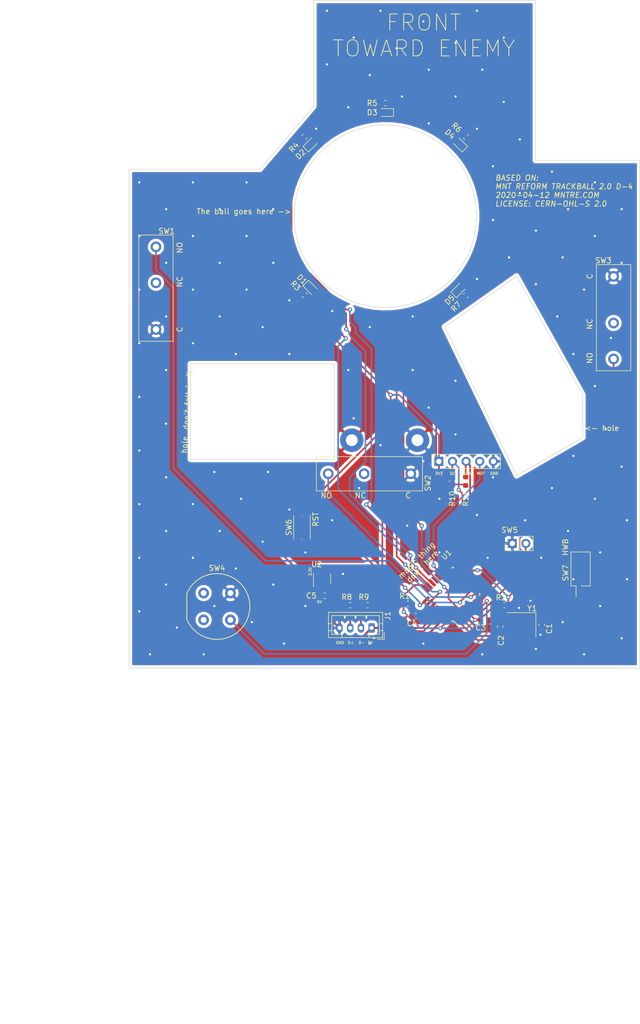
<source format=kicad_pcb>
(kicad_pcb (version 20171130) (host pcbnew 5.1.7-a382d34a8~87~ubuntu20.04.1)
  (layers (0 F.Cu signal) (31 B.Cu signal) (34 B.Paste user) (35 F.Paste user) (36 B.SilkS user) (37 F.SilkS user) (38 B.Mask user) (39 F.Mask user) (44 Edge.Cuts user))
  (net 0 "")
  (net 1 "Net-(J1-Pad3)")
  (net 2 "Net-(J1-Pad2)")
  (net 3 GND)
  (net 4 "Net-(U1-Pad18)")
  (net 5 "Net-(U1-Pad12)")
  (net 6 "Net-(U1-Pad11)")
  (net 7 +5V)
  (net 8 MT)
  (net 9 "Net-(C1-Pad1)")
  (net 10 "Net-(C2-Pad2)")
  (net 11 "Net-(C4-Pad1)")
  (net 12 "Net-(U1-Pad14)")
  (net 13 +3V3)
  (net 14 SCL)
  (net 15 SDA)
  (net 16 "Net-(U1-Pad17)")
  (net 17 "Net-(U1-Pad21)")
  (net 18 "Net-(D1-Pad2)")
  (net 19 "Net-(D1-Pad1)")
  (net 20 "Net-(D2-Pad2)")
  (net 21 "Net-(D2-Pad1)")
  (net 22 "Net-(D3-Pad2)")
  (net 23 "Net-(D3-Pad1)")
  (net 24 "Net-(D4-Pad2)")
  (net 25 "Net-(D4-Pad1)")
  (net 26 "Net-(D5-Pad2)")
  (net 27 "Net-(D5-Pad1)")
  (net 28 "Net-(R1-Pad2)")
  (net 29 "Net-(R2-Pad1)")
  (net 30 "Net-(U2-Pad4)")
  (net 31 "Net-(U1-Pad20)")
  (net 32 "Net-(R8-Pad2)")
  (net 33 "Net-(R9-Pad1)")
  (net 34 "Net-(SW1-Pad2)")
  (net 35 "Net-(SW1-Pad3)")
  (net 36 "Net-(SW2-Pad3)")
  (net 37 "Net-(SW2-Pad2)")
  (net 38 "Net-(SW3-Pad2)")
  (net 39 "Net-(SW3-Pad3)")
  (net 40 "Net-(SW4-Pad2)")
  (net 41 "Net-(SW5-Pad2)")
  (module Connector_JST:JST_PH_B4B-PH-K_1x04_P2.00mm_Vertical (layer F.Cu) (at 109.25 160.25 180)
    (fp_text reference J1 (at -3 2.25 270) (layer F.SilkS))
    (fp_text value Conn_USB)
    (pad 4 thru_hole oval (at 6 0 180) (size 1.2 1.75) (drill 0.75) (layers *.Cu *.Mask) (net 3 GND))
    (pad 3 thru_hole oval (at 4 0 180) (size 1.2 1.75) (drill 0.75) (layers *.Cu *.Mask) (net 1 "Net-(J1-Pad3)"))
    (pad 2 thru_hole oval (at 2 0 180) (size 1.2 1.75) (drill 0.75) (layers *.Cu *.Mask) (net 2 "Net-(J1-Pad2)"))
    (pad 1 thru_hole roundrect (at 0 0 180) (size 1.2 1.75) (drill 0.75) (layers *.Cu *.Mask) (roundrect_rratio 0.2083325) (net 7 +5V))
  )
  (module Resistor_SMD:R_0603_1608Metric (layer F.Cu) (at 126.8 132.9 270)
    (fp_text reference R11 (at 3.25 0 90) (layer F.SilkS))
    (fp_text value 4.7k)
    (pad 2 smd roundrect (at 0.7875 0 270) (size 0.875 0.95) (layers F.Cu F.Paste F.Mask) (net 13 +3V3))
    (pad 1 smd roundrect (at -0.7875 0 270) (size 0.875 0.95) (layers F.Cu F.Paste F.Mask) (net 15 SDA))
  )
  (module Resistor_SMD:R_0603_1608Metric (layer F.Cu) (at 124.3 132.9 270)
    (fp_text reference R10 (at 3.25 0 90) (layer F.SilkS))
    (fp_text value 4.7k)
    (pad 2 smd roundrect (at 0.7875 0 270) (size 0.875 0.95) (layers F.Cu F.Paste F.Mask) (net 13 +3V3))
    (pad 1 smd roundrect (at -0.7875 0 270) (size 0.875 0.95) (layers F.Cu F.Paste F.Mask) (net 14 SCL))
  )
  (module Resistor_SMD:R_0603_1608Metric (layer F.Cu) (at 108.5 156 180)
    (fp_text reference R9 (at 0.7 1.5) (layer F.SilkS))
    (fp_text value 22)
    (pad 2 smd roundrect (at 0.7875 0 180) (size 0.875 0.95) (layers F.Cu F.Paste F.Mask) (net 2 "Net-(J1-Pad2)"))
    (pad 1 smd roundrect (at -0.7875 0 180) (size 0.875 0.95) (layers F.Cu F.Paste F.Mask) (net 33 "Net-(R9-Pad1)"))
  )
  (module Resistor_SMD:R_0603_1608Metric (layer F.Cu) (at 105.25 156)
    (fp_text reference R8 (at -0.65 -1.5) (layer F.SilkS))
    (fp_text value 22)
    (pad 2 smd roundrect (at 0.7875 0) (size 0.875 0.95) (layers F.Cu F.Paste F.Mask) (net 32 "Net-(R8-Pad2)"))
    (pad 1 smd roundrect (at -0.7875 0) (size 0.875 0.95) (layers F.Cu F.Paste F.Mask) (net 1 "Net-(J1-Pad3)"))
  )
  (module Package_TO_SOT_SMD:SOT-23-5 (layer F.Cu) (at 100 151 90)
    (fp_text reference U2 (at 2.6 -1 180) (layer F.SilkS))
    (fp_text value TLV75533PDBV)
    (pad 5 smd rect (at 1.1 -0.95 90) (size 1.06 0.65) (layers F.Cu F.Paste F.Mask) (net 13 +3V3))
    (pad 4 smd rect (at 1.1 0.95 90) (size 1.06 0.65) (layers F.Cu F.Paste F.Mask) (net 30 "Net-(U2-Pad4)"))
    (pad 3 smd rect (at -1.1 0.95 90) (size 1.06 0.65) (layers F.Cu F.Paste F.Mask) (net 7 +5V))
    (pad 2 smd rect (at -1.1 0 90) (size 1.06 0.65) (layers F.Cu F.Paste F.Mask) (net 3 GND))
    (pad 1 smd rect (at -1.1 -0.95 90) (size 1.06 0.65) (layers F.Cu F.Paste F.Mask) (net 7 +5V))
  )
  (module Capacitor_SMD:C_0603_1608Metric (layer F.Cu) (at 100.5 154.25)
    (fp_text reference C5 (at -2.5 0) (layer F.SilkS))
    (fp_text value 0.1uF)
    (pad 2 smd roundrect (at 0.7875 0) (size 0.875 0.95) (layers F.Cu F.Paste F.Mask) (net 3 GND))
    (pad 1 smd roundrect (at -0.7875 0) (size 0.875 0.95) (layers F.Cu F.Paste F.Mask) (net 7 +5V))
  )
  (module Resistor_SMD:R_0603_1608Metric (layer F.Cu) (at 126.8 98.3 225)
    (fp_text reference R7 (at 2.732044 -0.176777 45) (layer F.SilkS))
    (fp_text value 475)
    (pad 2 smd roundrect (at 0.7875 0 225) (size 0.875 0.95) (layers F.Cu F.Paste F.Mask) (net 13 +3V3))
    (pad 1 smd roundrect (at -0.7875 0 225) (size 0.875 0.95) (layers F.Cu F.Paste F.Mask) (net 26 "Net-(D5-Pad2)"))
  )
  (module Resistor_SMD:R_0603_1608Metric (layer F.Cu) (at 126.85 68.7 315)
    (fp_text reference R6 (at -2.474874 0 135) (layer F.SilkS))
    (fp_text value 475)
    (pad 2 smd roundrect (at 0.7875 0 315) (size 0.875 0.95) (layers F.Cu F.Paste F.Mask) (net 13 +3V3))
    (pad 1 smd roundrect (at -0.7875 0 315) (size 0.875 0.95) (layers F.Cu F.Paste F.Mask) (net 24 "Net-(D4-Pad2)"))
  )
  (module Resistor_SMD:R_0603_1608Metric (layer F.Cu) (at 111.85 62.4)
    (fp_text reference R5 (at -2.5 0) (layer F.SilkS))
    (fp_text value 475)
    (pad 2 smd roundrect (at 0.7875 0) (size 0.875 0.95) (layers F.Cu F.Paste F.Mask) (net 13 +3V3))
    (pad 1 smd roundrect (at -0.7875 0) (size 0.875 0.95) (layers F.Cu F.Paste F.Mask) (net 22 "Net-(D3-Pad2)"))
  )
  (module Resistor_SMD:R_0603_1608Metric (layer F.Cu) (at 96.7 68.7 225)
    (fp_text reference R4 (at 2.748033 0 45) (layer F.SilkS))
    (fp_text value 475)
    (pad 2 smd roundrect (at 0.7875 0 225) (size 0.875 0.95) (layers F.Cu F.Paste F.Mask) (net 13 +3V3))
    (pad 1 smd roundrect (at -0.7875 0 225) (size 0.875 0.95) (layers F.Cu F.Paste F.Mask) (net 20 "Net-(D2-Pad2)"))
  )
  (module Resistor_SMD:R_0603_1608Metric (layer F.Cu) (at 96.8 98.2 135)
    (fp_text reference R3 (at 2.474874 0 135) (layer F.SilkS))
    (fp_text value 475)
    (pad 2 smd roundrect (at 0.7875 0 135) (size 0.875 0.95) (layers F.Cu F.Paste F.Mask) (net 13 +3V3))
    (pad 1 smd roundrect (at -0.7875 0 135) (size 0.875 0.95) (layers F.Cu F.Paste F.Mask) (net 18 "Net-(D1-Pad2)"))
  )
  (module Resistor_SMD:R_0603_1608Metric (layer F.Cu) (at 134 156 180)
    (fp_text reference R2 (at 0.6 1.4) (layer F.SilkS))
    (fp_text value 10k)
    (pad 2 smd roundrect (at 0.7875 0 180) (size 0.875 0.95) (layers F.Cu F.Paste F.Mask) (net 13 +3V3))
    (pad 1 smd roundrect (at -0.7875 0 180) (size 0.875 0.95) (layers F.Cu F.Paste F.Mask) (net 29 "Net-(R2-Pad1)"))
  )
  (module Resistor_SMD:R_0603_1608Metric (layer F.Cu) (at 116 155.75)
    (fp_text reference R1 (at -0.6 -1.43) (layer F.SilkS))
    (fp_text value 10k)
    (pad 2 smd roundrect (at 0.7875 0) (size 0.875 0.95) (layers F.Cu F.Paste F.Mask) (net 28 "Net-(R1-Pad2)"))
    (pad 1 smd roundrect (at -0.7875 0) (size 0.875 0.95) (layers F.Cu F.Paste F.Mask) (net 13 +3V3))
  )
  (module Capacitor_SMD:C_0603_1608Metric (layer F.Cu) (at 117.5 158 180)
    (fp_text reference C4 (at 0.7 -1.43) (layer F.SilkS))
    (fp_text value 1uF)
    (pad 2 smd roundrect (at 0.7875 0 180) (size 0.875 0.95) (layers F.Cu F.Paste F.Mask) (net 3 GND))
    (pad 1 smd roundrect (at -0.7875 0 180) (size 0.875 0.95) (layers F.Cu F.Paste F.Mask) (net 11 "Net-(C4-Pad1)"))
  )
  (module Capacitor_SMD:C_0603_1608Metric (layer F.Cu) (at 130.25 158.75)
    (fp_text reference C3 (at -0.65 1.45) (layer F.SilkS))
    (fp_text value 0.1uF)
    (pad 2 smd roundrect (at 0.7875 0) (size 0.875 0.95) (layers F.Cu F.Paste F.Mask) (net 3 GND))
    (pad 1 smd roundrect (at -0.7875 0) (size 0.875 0.95) (layers F.Cu F.Paste F.Mask) (net 13 +3V3))
  )
  (module Capacitor_SMD:C_0603_1608Metric (layer F.Cu) (at 133.25 160 270)
    (fp_text reference C2 (at 2.6 -0.15 90) (layer F.SilkS))
    (fp_text value 18pF)
    (pad 2 smd roundrect (at 0.7875 0 270) (size 0.875 0.95) (layers F.Cu F.Paste F.Mask) (net 10 "Net-(C2-Pad2)"))
    (pad 1 smd roundrect (at -0.7875 0 270) (size 0.875 0.95) (layers F.Cu F.Paste F.Mask) (net 3 GND))
  )
  (module Capacitor_SMD:C_0603_1608Metric (layer F.Cu) (at 141 159.65 270)
    (fp_text reference C1 (at 0.75 -1.4 90) (layer F.SilkS))
    (fp_text value 18pF)
    (pad 2 smd roundrect (at 0.7875 0 270) (size 0.875 0.95) (layers F.Cu F.Paste F.Mask) (net 3 GND))
    (pad 1 smd roundrect (at -0.7875 0 270) (size 0.875 0.95) (layers F.Cu F.Paste F.Mask) (net 9 "Net-(C1-Pad1)"))
  )
  (module Button_Switch_SMD:SW_DIP_SPSTx01_Slide_Omron_A6S-110x_W8.9mm_P2.54mm (layer F.Cu) (at 148.25 149.25 90)
    (fp_text reference SW7 (at -0.75 -2.8 90) (layer F.SilkS))
    (fp_text value SW_HWB)
    (pad 2 smd rect (at 4.45 0 90) (size 1.5 1.1) (layers F.Cu F.Paste F.Mask) (net 3 GND))
    (pad 1 smd rect (at -4.45 0 90) (size 1.5 1.1) (layers F.Cu F.Paste F.Mask) (net 29 "Net-(R2-Pad1)"))
  )
  (module Button_Switch_SMD:SW_Push_1P1T_NO_CK_KMR2 (layer F.Cu) (at 96.25 141.5 90)
    (fp_text reference SW6 (at 0 -2.45 90) (layer F.SilkS))
    (fp_text value SW_RST)
    (pad 2 smd rect (at 2.05 0.8 180) (size 0.9 1) (layers F.Cu F.Paste F.Mask) (net 28 "Net-(R1-Pad2)"))
    (pad 1 smd rect (at 2.05 -0.8 180) (size 0.9 1) (layers F.Cu F.Paste F.Mask) (net 3 GND))
    (pad 2 smd rect (at -2.05 0.8 180) (size 0.9 1) (layers F.Cu F.Paste F.Mask) (net 28 "Net-(R1-Pad2)"))
    (pad 1 smd rect (at -2.05 -0.8 180) (size 0.9 1) (layers F.Cu F.Paste F.Mask) (net 3 GND))
  )
  (module LED_SMD:LED_0603_1608Metric (layer F.Cu) (at 125.6 97.1 45)
    (fp_text reference D5 (at -2.678167 0.15026 225) (layer F.SilkS))
    (fp_text value LED_Small)
    (pad 2 smd roundrect (at 0.7875 0 45) (size 0.875 0.95) (layers F.Cu F.Paste F.Mask) (net 26 "Net-(D5-Pad2)"))
    (pad 1 smd roundrect (at -0.7875 0 45) (size 0.875 0.95) (layers F.Cu F.Paste F.Mask) (net 27 "Net-(D5-Pad1)"))
  )
  (module LED_SMD:LED_0603_1608Metric (layer F.Cu) (at 125.6 69.95 135)
    (fp_text reference D4 (at 2.474874 0 -45) (layer F.SilkS))
    (fp_text value LED_Small)
    (pad 2 smd roundrect (at 0.7875 0 135) (size 0.875 0.95) (layers F.Cu F.Paste F.Mask) (net 24 "Net-(D4-Pad2)"))
    (pad 1 smd roundrect (at -0.7875 0 135) (size 0.875 0.95) (layers F.Cu F.Paste F.Mask) (net 25 "Net-(D4-Pad1)"))
  )
  (module LED_SMD:LED_0603_1608Metric (layer F.Cu) (at 111.85 64.15 180)
    (fp_text reference D3 (at 2.5 0) (layer F.SilkS))
    (fp_text value LED_Small)
    (pad 2 smd roundrect (at 0.7875 0 180) (size 0.875 0.95) (layers F.Cu F.Paste F.Mask) (net 22 "Net-(D3-Pad2)"))
    (pad 1 smd roundrect (at -0.7875 0 180) (size 0.875 0.95) (layers F.Cu F.Paste F.Mask) (net 23 "Net-(D3-Pad1)"))
  )
  (module LED_SMD:LED_0603_1608Metric (layer F.Cu) (at 98 69.95 45)
    (fp_text reference D2 (at -2.828427 0 225) (layer F.SilkS))
    (fp_text value LED_Small)
    (pad 2 smd roundrect (at 0.7875 0 45) (size 0.875 0.95) (layers F.Cu F.Paste F.Mask) (net 20 "Net-(D2-Pad2)"))
    (pad 1 smd roundrect (at -0.7875 0 45) (size 0.875 0.95) (layers F.Cu F.Paste F.Mask) (net 21 "Net-(D2-Pad1)"))
  )
  (module LED_SMD:LED_0603_1608Metric (layer F.Cu) (at 98 97 315)
    (fp_text reference D1 (at -2.474874 0 315) (layer F.SilkS))
    (fp_text value LED_Small)
    (pad 2 smd roundrect (at 0.7875 0 315) (size 0.875 0.95) (layers F.Cu F.Paste F.Mask) (net 18 "Net-(D1-Pad2)"))
    (pad 1 smd roundrect (at -0.7875 0 315) (size 0.875 0.95) (layers F.Cu F.Paste F.Mask) (net 19 "Net-(D1-Pad1)"))
  )
  (module Crystals:Crystal_SMD_3225-4pin_3.2x2.5mm_HandSoldering (layer F.Cu) (at 137.2 159.65 180)
    (fp_text reference Y1 (at -2 3.05) (layer F.SilkS))
    (fp_text value Crystal_GND24)
    (pad 4 smd rect (at -1.45 -1.15 180) (size 2.1 1.8) (layers F.Cu F.Paste F.Mask) (net 3 GND))
    (pad 3 smd rect (at 1.45 -1.15 180) (size 2.1 1.8) (layers F.Cu F.Paste F.Mask) (net 10 "Net-(C2-Pad2)"))
    (pad 2 smd rect (at 1.45 1.15 180) (size 2.1 1.8) (layers F.Cu F.Paste F.Mask) (net 3 GND))
    (pad 1 smd rect (at -1.45 1.15 180) (size 2.1 1.8) (layers F.Cu F.Paste F.Mask) (net 9 "Net-(C1-Pad1)"))
  )
  (module Housings_QFP:TQFP-32_7x7mm_Pitch0.8mm (layer F.Cu) (at 124.4 154 135)
    (fp_text reference U1 (at 6.081118 4.384062 45) (layer F.SilkS))
    (fp_text value ATmega32U2-AU)
    (pad 1 smd rect (at -4.25 -2.8 135) (size 1.6 0.55) (layers F.Cu F.Paste F.Mask) (net 9 "Net-(C1-Pad1)"))
    (pad 2 smd rect (at -4.25 -2 135) (size 1.6 0.55) (layers F.Cu F.Paste F.Mask) (net 10 "Net-(C2-Pad2)"))
    (pad 3 smd rect (at -4.25 -1.2 135) (size 1.6 0.55) (layers F.Cu F.Paste F.Mask) (net 3 GND))
    (pad 4 smd rect (at -4.25 -0.4 135) (size 1.6 0.55) (layers F.Cu F.Paste F.Mask) (net 13 +3V3))
    (pad 5 smd rect (at -4.25 0.4 135) (size 1.6 0.55) (layers F.Cu F.Paste F.Mask) (net 27 "Net-(D5-Pad1)"))
    (pad 6 smd rect (at -4.25 1.2 135) (size 1.6 0.55) (layers F.Cu F.Paste F.Mask) (net 41 "Net-(SW5-Pad2)"))
    (pad 7 smd rect (at -4.25 2 135) (size 1.6 0.55) (layers F.Cu F.Paste F.Mask) (net 40 "Net-(SW4-Pad2)"))
    (pad 8 smd rect (at -4.25 2.8 135) (size 1.6 0.55) (layers F.Cu F.Paste F.Mask) (net 39 "Net-(SW3-Pad3)"))
    (pad 9 smd rect (at -2.8 4.25 225) (size 1.6 0.55) (layers F.Cu F.Paste F.Mask) (net 36 "Net-(SW2-Pad3)"))
    (pad 10 smd rect (at -2 4.25 225) (size 1.6 0.55) (layers F.Cu F.Paste F.Mask) (net 35 "Net-(SW1-Pad3)"))
    (pad 11 smd rect (at -1.2 4.25 225) (size 1.6 0.55) (layers F.Cu F.Paste F.Mask) (net 6 "Net-(U1-Pad11)"))
    (pad 12 smd rect (at -0.4 4.25 225) (size 1.6 0.55) (layers F.Cu F.Paste F.Mask) (net 5 "Net-(U1-Pad12)"))
    (pad 13 smd rect (at 0.4 4.25 225) (size 1.6 0.55) (layers F.Cu F.Paste F.Mask) (net 29 "Net-(R2-Pad1)"))
    (pad 14 smd rect (at 1.2 4.25 225) (size 1.6 0.55) (layers F.Cu F.Paste F.Mask) (net 12 "Net-(U1-Pad14)"))
    (pad 15 smd rect (at 2 4.25 225) (size 1.6 0.55) (layers F.Cu F.Paste F.Mask) (net 15 SDA))
    (pad 16 smd rect (at 2.8 4.25 225) (size 1.6 0.55) (layers F.Cu F.Paste F.Mask) (net 14 SCL))
    (pad 17 smd rect (at 4.25 2.8 135) (size 1.6 0.55) (layers F.Cu F.Paste F.Mask) (net 16 "Net-(U1-Pad17)"))
    (pad 18 smd rect (at 4.25 2 135) (size 1.6 0.55) (layers F.Cu F.Paste F.Mask) (net 4 "Net-(U1-Pad18)"))
    (pad 19 smd rect (at 4.25 1.2 135) (size 1.6 0.55) (layers F.Cu F.Paste F.Mask) (net 8 MT))
    (pad 20 smd rect (at 4.25 0.4 135) (size 1.6 0.55) (layers F.Cu F.Paste F.Mask) (net 31 "Net-(U1-Pad20)"))
    (pad 21 smd rect (at 4.25 -0.4 135) (size 1.6 0.55) (layers F.Cu F.Paste F.Mask) (net 17 "Net-(U1-Pad21)"))
    (pad 22 smd rect (at 4.25 -1.2 135) (size 1.6 0.55) (layers F.Cu F.Paste F.Mask) (net 19 "Net-(D1-Pad1)"))
    (pad 23 smd rect (at 4.25 -2 135) (size 1.6 0.55) (layers F.Cu F.Paste F.Mask) (net 21 "Net-(D2-Pad1)"))
    (pad 24 smd rect (at 4.25 -2.8 135) (size 1.6 0.55) (layers F.Cu F.Paste F.Mask) (net 28 "Net-(R1-Pad2)"))
    (pad 25 smd rect (at 2.8 -4.25 225) (size 1.6 0.55) (layers F.Cu F.Paste F.Mask) (net 23 "Net-(D3-Pad1)"))
    (pad 26 smd rect (at 2 -4.25 225) (size 1.6 0.55) (layers F.Cu F.Paste F.Mask) (net 25 "Net-(D4-Pad1)"))
    (pad 27 smd rect (at 1.2 -4.25 225) (size 1.6 0.55) (layers F.Cu F.Paste F.Mask) (net 11 "Net-(C4-Pad1)"))
    (pad 28 smd rect (at 0.4 -4.25 225) (size 1.6 0.55) (layers F.Cu F.Paste F.Mask) (net 3 GND))
    (pad 29 smd rect (at -0.4 -4.25 225) (size 1.6 0.55) (layers F.Cu F.Paste F.Mask) (net 32 "Net-(R8-Pad2)"))
    (pad 30 smd rect (at -1.2 -4.25 225) (size 1.6 0.55) (layers F.Cu F.Paste F.Mask) (net 33 "Net-(R9-Pad1)"))
    (pad 31 smd rect (at -2 -4.25 225) (size 1.6 0.55) (layers F.Cu F.Paste F.Mask) (net 7 +5V))
    (pad 32 smd rect (at -2.8 -4.25 225) (size 1.6 0.55) (layers F.Cu F.Paste F.Mask) (net 13 +3V3))
  )
  (module d_switchs:SubminiatureSPDT (layer F.Cu) (at 69 104.6 90)
    (fp_text reference SW1 (at 18.35 2) (layer F.SilkS))
    (fp_text value left)
    (fp_text user NO (at 15.24 4.445 270) (layer F.SilkS))
    (fp_text user NC (at 8.89 4.445 270) (layer F.SilkS))
    (fp_text user C (at 0 4.445 270) (layer F.SilkS))
    (pad 1 thru_hole circle (at 0 0 90) (size 2 2) (drill 1.2) (layers *.Cu *.Mask) (net 3 GND))
    (pad 2 thru_hole circle (at 8.7 0 90) (size 2 2) (drill 1.2) (layers *.Cu *.Mask) (net 34 "Net-(SW1-Pad2)"))
    (pad 3 thru_hole circle (at 15.4 0 90) (size 2 2) (drill 1.2) (layers *.Cu *.Mask) (net 35 "Net-(SW1-Pad3)"))
  )
  (module d_switchs:SubminiatureSPDT (layer F.Cu) (at 116.55 131.5 180)
    (fp_text reference SW2 (at -3.2 -1.75 90) (layer F.SilkS))
    (fp_text value middle)
    (fp_text user C (at 0.5 -4.055) (layer F.SilkS))
    (fp_text user NC (at 9.39 -4.055) (layer F.SilkS))
    (fp_text user NO (at 15.74 -4.055) (layer F.SilkS))
    (pad 3 thru_hole circle (at 15.4 0 180) (size 2 2) (drill 1.2) (layers *.Cu *.Mask) (net 36 "Net-(SW2-Pad3)"))
    (pad 2 thru_hole circle (at 8.7 0 180) (size 2 2) (drill 1.2) (layers *.Cu *.Mask) (net 37 "Net-(SW2-Pad2)"))
    (pad 1 thru_hole circle (at 0 0 180) (size 2 2) (drill 1.2) (layers *.Cu *.Mask) (net 3 GND))
  )
  (module d_switchs:SubminiatureSPDT (layer F.Cu) (at 154.4 94.7 270)
    (fp_text reference SW3 (at -2.95 1.9 180) (layer F.SilkS))
    (fp_text value right)
    (fp_text user NO (at 15.24 4.445 90) (layer F.SilkS))
    (fp_text user NC (at 8.89 4.445 90) (layer F.SilkS))
    (fp_text user C (at 0 4.445 90) (layer F.SilkS))
    (pad 1 thru_hole circle (at 0 0 270) (size 2 2) (drill 1.2) (layers *.Cu *.Mask) (net 3 GND))
    (pad 2 thru_hole circle (at 8.7 0 270) (size 2 2) (drill 1.2) (layers *.Cu *.Mask) (net 38 "Net-(SW3-Pad2)"))
    (pad 3 thru_hole circle (at 15.4 0 270) (size 2 2) (drill 1.2) (layers *.Cu *.Mask) (net 39 "Net-(SW3-Pad3)"))
  )
  (module Button_Switch_THT:Push_E-Switch_KS01Q01 (layer F.Cu) (at 82.9 153.75 270)
    (fp_text reference SW4 (at -4.65 2.5 180) (layer F.SilkS))
    (fp_text value btn4)
    (pad 1 thru_hole circle (at 0 0 270) (size 2 2) (drill 1.1) (layers *.Cu *.Mask) (net 3 GND))
    (pad 2 thru_hole circle (at 5 0 270) (size 2 2) (drill 1.1) (layers *.Cu *.Mask) (net 40 "Net-(SW4-Pad2)"))
    (pad 4 thru_hole circle (at 5 5 270) (size 2 2) (drill 1.1) (layers *.Cu *.Mask))
    (pad 3 thru_hole circle (at 0 5 270) (size 2 2) (drill 1.1) (layers *.Cu *.Mask))
  )
  (module Connector_PinHeader_2.54mm:PinHeader_1x02_P2.54mm_Vertical (layer F.Cu) (at 135.5 144.5 90)
    (fp_text reference SW5 (at 2.5 -0.5) (layer F.SilkS))
    (fp_text value btn5)
    (pad 1 thru_hole rect (at 0 0 90) (size 1.7 1.7) (drill 1) (layers *.Cu *.Mask) (net 3 GND))
    (pad 2 thru_hole oval (at 0 2.54 90) (size 1.7 1.7) (drill 1) (layers *.Cu *.Mask) (net 41 "Net-(SW5-Pad2)"))
  )
  (module MountingHole:MountingHole_2.2mm_M2_Pad (layer F.Cu) (at 105.55 125.25)
    (fp_text reference MK7 hide)
    (fp_text value Mounting_Hole)
    (pad 1 thru_hole circle (at 0 0) (size 4.4 4.4) (drill 2.2) (layers *.Cu *.Mask) (net 3 GND))
  )
  (module MountingHole:MountingHole_2.2mm_M2_Pad (layer F.Cu) (at 117.8 125.25)
    (fp_text reference MK8 hide)
    (fp_text value Mounting_Hole)
    (pad 1 thru_hole circle (at 0 0) (size 4.4 4.4) (drill 2.2) (layers *.Cu *.Mask) (net 3 GND))
  )
  (module Connector_PinSocket_2.54mm:PinSocket_1x05_P2.54mm_Vertical (layer F.Cu) (at 121.8 129.2 90)
    (fp_text reference J2 hide)
    (fp_text value Conn_01x05_Female)
    (pad 1 thru_hole rect (at 0 0 90) (size 1.7 1.7) (drill 1) (layers *.Cu *.Mask) (net 13 +3V3))
    (pad 2 thru_hole oval (at 0 2.54 90) (size 1.7 1.7) (drill 1) (layers *.Cu *.Mask) (net 14 SCL))
    (pad 3 thru_hole oval (at 0 5.08 90) (size 1.7 1.7) (drill 1) (layers *.Cu *.Mask) (net 15 SDA))
    (pad 4 thru_hole oval (at 0 7.62 90) (size 1.7 1.7) (drill 1) (layers *.Cu *.Mask) (net 8 MT))
    (pad 5 thru_hole oval (at 0 10.16 90) (size 1.7 1.7) (drill 1) (layers *.Cu *.Mask) (net 3 GND))
  )
  (gr_text "hole, don't fall in it" (at 74.8 120 86) (layer F.SilkS) (effects (font (size 1 1))))
  (gr_text "FRONT\nTOWARD ENEMY" (at 119 49.8) (layer F.SilkS) (effects (font (size 3 3))))
  (gr_text "magic thing\ndown here" (at 118.2 148.2 45) (layer F.SilkS) (effects (font (size 1 1))))
  (gr_text "<- hole " (at 152.6 123) (layer F.SilkS) (effects (font (size 1 1))))
  (gr_text "The ball goes here ->" (at 85.4 82.6) (layer F.SilkS) (effects (font (size 1 1))))
  (gr_text 3.3V (at 97.8 150.6 90) (layer F.SilkS) (effects (font (size 0.5 0.5) (thickness 0.1)) (justify left)))
  (gr_text 5V (at 99 155.4) (layer F.SilkS) (effects (font (size 0.5 0.5) (thickness 0.1)) (justify left)))
  (gr_text 5V (at 108.5 163) (layer F.SilkS) (effects (font (size 0.5 0.5) (thickness 0.1)) (justify left)))
  (gr_text D- (at 106.75 163) (layer F.SilkS) (effects (font (size 0.5 0.5) (thickness 0.1)) (justify left)))
  (gr_text D+ (at 104.75 163) (layer F.SilkS) (effects (font (size 0.5 0.5) (thickness 0.1)) (justify left)))
  (gr_text GND (at 102.5 163) (layer F.SilkS) (effects (font (size 0.5 0.5) (thickness 0.1)) (justify left)))
  (gr_text MOT (at 128.8 131.45) (layer F.SilkS) (effects (font (size 0.5 0.5) (thickness 0.1)) (justify left)))
  (gr_line (start 148.63 116.75) (end 136.3 94.66) (layer Edge.Cuts) (width 0.1))
  (gr_line (start 148.63 124.75) (end 148.63 116.75) (layer Edge.Cuts) (width 0.1))
  (gr_line (start 136.3 131.85) (end 148.63 124.75) (layer Edge.Cuts) (width 0.1))
  (gr_line (start 122.87 104.13) (end 136.3 131.85) (layer Edge.Cuts) (width 0.1))
  (gr_line (start 122.87 104.13) (end 136.3 94.66) (layer Edge.Cuts) (width 0.1))
  (gr_line (start 102.32 111.02) (end 102.32 128.8) (layer Edge.Cuts) (width 0.1))
  (gr_line (start 75.46 128.8) (end 102.32 128.8) (layer Edge.Cuts) (width 0.1))
  (gr_line (start 75.46 111.02) (end 75.46 128.8) (layer Edge.Cuts) (width 0.1))
  (gr_line (start 75.46 111.02) (end 102.32 111.02) (layer Edge.Cuts) (width 0.1))
  (gr_circle (center 111.81 83.49) (end 128.81 83.49) (layer Edge.Cuts) (width 0.1))
  (gr_line (start 98.44 63) (end 88.4 74.72) (layer Edge.Cuts) (width 0.1))
  (gr_line (start 98.44 43.23) (end 98.44 63) (layer Edge.Cuts) (width 0.1))
  (gr_line (start 139.84 43.23) (end 98.44 43.23) (layer Edge.Cuts) (width 0.1))
  (gr_line (start 139.84 73.07) (end 139.84 43.23) (layer Edge.Cuts) (width 0.1))
  (gr_line (start 159.3 73.07) (end 139.84 73.07) (layer Edge.Cuts) (width 0.1))
  (gr_line (start 64 74.72) (end 88.4 74.72) (layer Edge.Cuts) (width 0.1))
  (gr_line (start 159.3 167.75) (end 159.3 73.07) (layer Edge.Cuts) (width 0.1))
  (gr_line (start 64 167.75) (end 64 74.72) (layer Edge.Cuts) (width 0.1))
  (gr_line (start 64 167.75) (end 159.3 167.75) (layer Edge.Cuts) (width 0.1))
  (gr_text 3V3 (at 121.05 131.45) (layer F.SilkS) (effects (font (size 0.5 0.5) (thickness 0.1)) (justify left)))
  (gr_text SDA (at 126.3 131.45) (layer F.SilkS) (effects (font (size 0.5 0.5) (thickness 0.1)) (justify left)))
  (gr_text SCL (at 123.8 131.45) (layer F.SilkS) (effects (font (size 0.5 0.5) (thickness 0.1)) (justify left)))
  (gr_text "BASED ON:\nMNT REFORM TRACKBALL 2.0 D-4\n2020-04-12 MNTRE.COM\nLICENSE: CERN-OHL-S 2.0" (at 132.25 78.75) (layer F.SilkS) (effects (font (size 1 1) (thickness 0.15) italic) (justify left)))
  (gr_text GND (at 131.3 131.45) (layer F.SilkS) (effects (font (size 0.5 0.5) (thickness 0.1)) (justify left)))
  (gr_text HWB (at 145.4 145.2 90) (layer F.SilkS) (effects (font (size 1 1))))
  (gr_text RST (at 98.8 140 90) (layer F.SilkS) (effects (font (size 1 1))))
  (segment (start 105.25 157) (end 105.25 160.25) (width 0.3) (layer F.Cu) (net 1))
  (segment (start 104.4625 156) (end 104.4625 156.2125) (width 0.3) (layer F.Cu) (net 1))
  (segment (start 104.4625 156.2125) (end 105.25 157) (width 0.3) (layer F.Cu) (net 1))
  (segment (start 107.25 156.4625) (end 107.7125 156) (width 0.3) (layer F.Cu) (net 2))
  (segment (start 107.25 160.25) (end 107.25 156.4625) (width 0.3) (layer F.Cu) (net 2))
  (segment (start 138.85 160.6) (end 138.65 160.8) (width 0.4) (layer F.Cu) (net 3))
  (segment (start 141 160.6) (end 138.85 160.6) (width 0.4) (layer F.Cu) (net 3))
  (segment (start 133.8 158.5) (end 133.25 159.05) (width 0.4) (layer F.Cu) (net 3))
  (segment (start 135.75 158.5) (end 133.8 158.5) (width 0.4) (layer F.Cu) (net 3))
  (segment (start 131.5 159.2125) (end 131.0375 158.75) (width 0.4) (layer F.Cu) (net 3))
  (segment (start 102.430001 153.107499) (end 101.2875 154.25) (width 0.4) (layer F.Cu) (net 3))
  (segment (start 100 152.1) (end 100 151.294998) (width 0.4) (layer F.Cu) (net 3))
  (segment (start 100 151.294998) (end 100.224999 151.069999) (width 0.4) (layer F.Cu) (net 3))
  (segment (start 117.68751 158.97501) (end 117.174112 158.461612) (width 0.4) (layer F.Cu) (net 3))
  (segment (start 118.859304 158.97501) (end 117.68751 158.97501) (width 0.4) (layer F.Cu) (net 3))
  (segment (start 117.174112 158.461612) (end 116.7125 158) (width 0.4) (layer F.Cu) (net 3))
  (segment (start 121.111953 156.722361) (end 118.859304 158.97501) (width 0.4) (layer F.Cu) (net 3))
  (segment (start 129.602945 160.900001) (end 131.349999 160.900001) (width 0.4) (layer F.Cu) (net 3))
  (segment (start 126.556676 157.853732) (end 129.602945 160.900001) (width 0.4) (layer F.Cu) (net 3))
  (segment (start 132.2125 160.0375) (end 132.2125 159.2125) (width 0.4) (layer F.Cu) (net 3))
  (segment (start 131.349999 160.900001) (end 132.2125 160.0375) (width 0.4) (layer F.Cu) (net 3))
  (segment (start 133.25 159.2125) (end 132.2125 159.2125) (width 0.4) (layer F.Cu) (net 3))
  (segment (start 132.2125 159.2125) (end 131.5 159.2125) (width 0.4) (layer F.Cu) (net 3))
  (segment (start 141 160.4375) (end 141 161.25) (width 0.4) (layer F.Cu) (net 3))
  (via (at 140.75 161.5) (size 0.8) (drill 0.4) (layers F.Cu B.Cu) (net 3))
  (segment (start 141 161.25) (end 140.75 161.5) (width 0.4) (layer F.Cu) (net 3))
  (via (at 136.75 156.5) (size 0.8) (drill 0.4) (layers F.Cu B.Cu) (net 3))
  (segment (start 140.75 161.5) (end 136.75 157.5) (width 0.4) (layer B.Cu) (net 3))
  (segment (start 136.75 157.5) (end 136.75 156.5) (width 0.4) (layer B.Cu) (net 3))
  (segment (start 136.75 157.5) (end 135.75 158.5) (width 0.4) (layer F.Cu) (net 3))
  (segment (start 136.75 156.5) (end 136.75 157.5) (width 0.4) (layer F.Cu) (net 3))
  (segment (start 102.430001 151.569999) (end 101.930001 151.069999) (width 0.4) (layer F.Cu) (net 3))
  (segment (start 100.224999 151.069999) (end 101.930001 151.069999) (width 0.4) (layer F.Cu) (net 3))
  (segment (start 102.430001 151.569999) (end 102.430001 153.107499) (width 0.4) (layer F.Cu) (net 3))
  (segment (start 101.2875 158.2875) (end 103.25 160.25) (width 0.4) (layer F.Cu) (net 3))
  (segment (start 101.2875 154.25) (end 101.2875 158.2875) (width 0.4) (layer F.Cu) (net 3))
  (via (at 65.899999 77.171705) (size 0.8) (drill 0.4) (layers F.Cu B.Cu) (net 3))
  (via (at 65.899999 87.171705) (size 0.8) (drill 0.4) (layers F.Cu B.Cu) (net 3))
  (via (at 65.899999 97.171705) (size 0.8) (drill 0.4) (layers F.Cu B.Cu) (net 3))
  (via (at 65.899999 107.171705) (size 0.8) (drill 0.4) (layers F.Cu B.Cu) (net 3))
  (via (at 65.899999 117.171705) (size 0.8) (drill 0.4) (layers F.Cu B.Cu) (net 3))
  (via (at 65.899999 127.171705) (size 0.8) (drill 0.4) (layers F.Cu B.Cu) (net 3))
  (via (at 65.899999 137.171705) (size 0.8) (drill 0.4) (layers F.Cu B.Cu) (net 3))
  (via (at 65.899999 147.171705) (size 0.8) (drill 0.4) (layers F.Cu B.Cu) (net 3))
  (via (at 65.899999 157.171705) (size 0.8) (drill 0.4) (layers F.Cu B.Cu) (net 3))
  (via (at 67.899999 165.171705) (size 0.8) (drill 0.4) (layers F.Cu B.Cu) (net 3))
  (via (at 70.899999 82.171705) (size 0.8) (drill 0.4) (layers F.Cu B.Cu) (net 3))
  (via (at 70.899999 92.171705) (size 0.8) (drill 0.4) (layers F.Cu B.Cu) (net 3))
  (via (at 70.899999 102.171705) (size 0.8) (drill 0.4) (layers F.Cu B.Cu) (net 3))
  (via (at 70.899999 112.171705) (size 0.8) (drill 0.4) (layers F.Cu B.Cu) (net 3))
  (via (at 70.899999 122.171705) (size 0.8) (drill 0.4) (layers F.Cu B.Cu) (net 3))
  (via (at 70.899999 132.171705) (size 0.8) (drill 0.4) (layers F.Cu B.Cu) (net 3))
  (via (at 70.899999 142.171705) (size 0.8) (drill 0.4) (layers F.Cu B.Cu) (net 3))
  (via (at 70.899999 152.171705) (size 0.8) (drill 0.4) (layers F.Cu B.Cu) (net 3))
  (via (at 72.899999 160.171705) (size 0.8) (drill 0.4) (layers F.Cu B.Cu) (net 3))
  (via (at 75.899999 77.171705) (size 0.8) (drill 0.4) (layers F.Cu B.Cu) (net 3))
  (via (at 75.899999 87.171705) (size 0.8) (drill 0.4) (layers F.Cu B.Cu) (net 3))
  (via (at 75.899999 97.171705) (size 0.8) (drill 0.4) (layers F.Cu B.Cu) (net 3))
  (via (at 75.899999 107.171705) (size 0.8) (drill 0.4) (layers F.Cu B.Cu) (net 3))
  (via (at 75.899999 137.171705) (size 0.8) (drill 0.4) (layers F.Cu B.Cu) (net 3))
  (via (at 75.899999 147.171705) (size 0.8) (drill 0.4) (layers F.Cu B.Cu) (net 3))
  (via (at 77.899999 165.171705) (size 0.8) (drill 0.4) (layers F.Cu B.Cu) (net 3))
  (via (at 79.899999 131.171705) (size 0.8) (drill 0.4) (layers F.Cu B.Cu) (net 3))
  (via (at 79.899999 156.171705) (size 0.8) (drill 0.4) (layers F.Cu B.Cu) (net 3))
  (via (at 80.899999 82.171705) (size 0.8) (drill 0.4) (layers F.Cu B.Cu) (net 3))
  (via (at 80.899999 92.171705) (size 0.8) (drill 0.4) (layers F.Cu B.Cu) (net 3))
  (via (at 80.899999 102.171705) (size 0.8) (drill 0.4) (layers F.Cu B.Cu) (net 3))
  (via (at 80.899999 142.171705) (size 0.8) (drill 0.4) (layers F.Cu B.Cu) (net 3))
  (via (at 83.899999 109.171705) (size 0.8) (drill 0.4) (layers F.Cu B.Cu) (net 3))
  (via (at 83.899999 149.171705) (size 0.8) (drill 0.4) (layers F.Cu B.Cu) (net 3))
  (via (at 84.899999 136.171705) (size 0.8) (drill 0.4) (layers F.Cu B.Cu) (net 3))
  (via (at 85.899999 77.171705) (size 0.8) (drill 0.4) (layers F.Cu B.Cu) (net 3))
  (via (at 85.899999 87.171705) (size 0.8) (drill 0.4) (layers F.Cu B.Cu) (net 3))
  (via (at 85.899999 97.171705) (size 0.8) (drill 0.4) (layers F.Cu B.Cu) (net 3))
  (via (at 86.899999 159.171705) (size 0.8) (drill 0.4) (layers F.Cu B.Cu) (net 3))
  (via (at 88.899999 104.171705) (size 0.8) (drill 0.4) (layers F.Cu B.Cu) (net 3))
  (via (at 88.899999 144.171705) (size 0.8) (drill 0.4) (layers F.Cu B.Cu) (net 3))
  (via (at 89.899999 131.171705) (size 0.8) (drill 0.4) (layers F.Cu B.Cu) (net 3))
  (via (at 90.899999 82.171705) (size 0.8) (drill 0.4) (layers F.Cu B.Cu) (net 3))
  (via (at 90.899999 92.171705) (size 0.8) (drill 0.4) (layers F.Cu B.Cu) (net 3))
  (via (at 90.899999 152.171705) (size 0.8) (drill 0.4) (layers F.Cu B.Cu) (net 3))
  (via (at 92.899999 163.171705) (size 0.8) (drill 0.4) (layers F.Cu B.Cu) (net 3))
  (via (at 93.899999 99.171705) (size 0.8) (drill 0.4) (layers F.Cu B.Cu) (net 3))
  (via (at 93.899999 109.171705) (size 0.8) (drill 0.4) (layers F.Cu B.Cu) (net 3))
  (via (at 93.899999 138.171705) (size 0.8) (drill 0.4) (layers F.Cu B.Cu) (net 3))
  (via (at 96.899999 146.171705) (size 0.8) (drill 0.4) (layers F.Cu B.Cu) (net 3))
  (via (at 96.899999 156.171705) (size 0.8) (drill 0.4) (layers F.Cu B.Cu) (net 3))
  (via (at 98.899999 67.171705) (size 0.8) (drill 0.4) (layers F.Cu B.Cu) (net 3))
  (via (at 100.899999 45.171705) (size 0.8) (drill 0.4) (layers F.Cu B.Cu) (net 3))
  (via (at 100.899999 55.171705) (size 0.8) (drill 0.4) (layers F.Cu B.Cu) (net 3))
  (via (at 101.899999 101.171705) (size 0.8) (drill 0.4) (layers F.Cu B.Cu) (net 3))
  (via (at 101.899999 140.171705) (size 0.8) (drill 0.4) (layers F.Cu B.Cu) (net 3))
  (via (at 103.899999 150.171705) (size 0.8) (drill 0.4) (layers F.Cu B.Cu) (net 3))
  (via (at 104.899999 63.171705) (size 0.8) (drill 0.4) (layers F.Cu B.Cu) (net 3))
  (via (at 104.899999 112.171705) (size 0.8) (drill 0.4) (layers F.Cu B.Cu) (net 3))
  (via (at 105.899999 50.171705) (size 0.8) (drill 0.4) (layers F.Cu B.Cu) (net 3))
  (via (at 105.899999 121.171705) (size 0.8) (drill 0.4) (layers F.Cu B.Cu) (net 3))
  (via (at 106.899999 134.171705) (size 0.8) (drill 0.4) (layers F.Cu B.Cu) (net 3))
  (via (at 108.899999 57.171705) (size 0.8) (drill 0.4) (layers F.Cu B.Cu) (net 3))
  (via (at 108.899999 104.171705) (size 0.8) (drill 0.4) (layers F.Cu B.Cu) (net 3))
  (via (at 108.899999 163.171705) (size 0.8) (drill 0.4) (layers F.Cu B.Cu) (net 3))
  (via (at 110.899999 45.171705) (size 0.8) (drill 0.4) (layers F.Cu B.Cu) (net 3))
  (via (at 110.899999 126.171705) (size 0.8) (drill 0.4) (layers F.Cu B.Cu) (net 3))
  (via (at 113.899999 52.171705) (size 0.8) (drill 0.4) (layers F.Cu B.Cu) (net 3))
  (via (at 114.899999 61.171705) (size 0.8) (drill 0.4) (layers F.Cu B.Cu) (net 3))
  (via (at 115.899999 141.171705) (size 0.8) (drill 0.4) (layers F.Cu B.Cu) (net 3))
  (via (at 116.899999 102.171705) (size 0.8) (drill 0.4) (layers F.Cu B.Cu) (net 3))
  (via (at 116.899999 112.171705) (size 0.8) (drill 0.4) (layers F.Cu B.Cu) (net 3))
  (via (at 118.899999 47.171705) (size 0.8) (drill 0.4) (layers F.Cu B.Cu) (net 3))
  (via (at 118.899999 129.171705) (size 0.8) (drill 0.4) (layers F.Cu B.Cu) (net 3))
  (via (at 118.899999 163.171705) (size 0.8) (drill 0.4) (layers F.Cu B.Cu) (net 3))
  (via (at 119.899999 56.171705) (size 0.8) (drill 0.4) (layers F.Cu B.Cu) (net 3))
  (via (at 119.899999 66.171705) (size 0.8) (drill 0.4) (layers F.Cu B.Cu) (net 3))
  (via (at 119.899999 119.171705) (size 0.8) (drill 0.4) (layers F.Cu B.Cu) (net 3))
  (via (at 121.899999 136.171705) (size 0.8) (drill 0.4) (layers F.Cu B.Cu) (net 3))
  (via (at 121.899999 146.171705) (size 0.8) (drill 0.4) (layers F.Cu B.Cu) (net 3))
  (via (at 124.899999 51.171705) (size 0.8) (drill 0.4) (layers F.Cu B.Cu) (net 3))
  (via (at 124.899999 61.171705) (size 0.8) (drill 0.4) (layers F.Cu B.Cu) (net 3))
  (via (at 124.899999 114.171705) (size 0.8) (drill 0.4) (layers F.Cu B.Cu) (net 3))
  (via (at 124.899999 124.171705) (size 0.8) (drill 0.4) (layers F.Cu B.Cu) (net 3))
  (via (at 128.899999 45.171705) (size 0.8) (drill 0.4) (layers F.Cu B.Cu) (net 3))
  (via (at 128.899999 67.171705) (size 0.8) (drill 0.4) (layers F.Cu B.Cu) (net 3))
  (via (at 128.899999 95.171705) (size 0.8) (drill 0.4) (layers F.Cu B.Cu) (net 3))
  (via (at 128.899999 139.171705) (size 0.8) (drill 0.4) (layers F.Cu B.Cu) (net 3))
  (via (at 129.899999 56.171705) (size 0.8) (drill 0.4) (layers F.Cu B.Cu) (net 3))
  (via (at 129.899999 165.171705) (size 0.8) (drill 0.4) (layers F.Cu B.Cu) (net 3))
  (via (at 130.899999 147.171705) (size 0.8) (drill 0.4) (layers F.Cu B.Cu) (net 3))
  (via (at 131.899999 74.171705) (size 0.8) (drill 0.4) (layers F.Cu B.Cu) (net 3))
  (via (at 131.899999 84.171705) (size 0.8) (drill 0.4) (layers F.Cu B.Cu) (net 3))
  (via (at 131.899999 132.171705) (size 0.8) (drill 0.4) (layers F.Cu B.Cu) (net 3))
  (via (at 133.899999 50.171705) (size 0.8) (drill 0.4) (layers F.Cu B.Cu) (net 3))
  (via (at 133.899999 62.171705) (size 0.8) (drill 0.4) (layers F.Cu B.Cu) (net 3))
  (via (at 134.899999 91.171705) (size 0.8) (drill 0.4) (layers F.Cu B.Cu) (net 3))
  (via (at 136.899999 69.171705) (size 0.8) (drill 0.4) (layers F.Cu B.Cu) (net 3))
  (via (at 136.899999 79.171705) (size 0.8) (drill 0.4) (layers F.Cu B.Cu) (net 3))
  (via (at 137.899999 140.171705) (size 0.8) (drill 0.4) (layers F.Cu B.Cu) (net 3))
  (via (at 138.899999 155.171705) (size 0.8) (drill 0.4) (layers F.Cu B.Cu) (net 3))
  (via (at 139.899999 86.171705) (size 0.8) (drill 0.4) (layers F.Cu B.Cu) (net 3))
  (via (at 139.899999 96.171705) (size 0.8) (drill 0.4) (layers F.Cu B.Cu) (net 3))
  (via (at 139.899999 164.171705) (size 0.8) (drill 0.4) (layers F.Cu B.Cu) (net 3))
  (via (at 140.899999 147.171705) (size 0.8) (drill 0.4) (layers F.Cu B.Cu) (net 3))
  (via (at 142.899999 75.171705) (size 0.8) (drill 0.4) (layers F.Cu B.Cu) (net 3))
  (via (at 142.899999 134.171705) (size 0.8) (drill 0.4) (layers F.Cu B.Cu) (net 3))
  (via (at 143.899999 102.171705) (size 0.8) (drill 0.4) (layers F.Cu B.Cu) (net 3))
  (via (at 144.899999 91.171705) (size 0.8) (drill 0.4) (layers F.Cu B.Cu) (net 3))
  (via (at 144.899999 159.171705) (size 0.8) (drill 0.4) (layers F.Cu B.Cu) (net 3))
  (via (at 145.899999 82.171705) (size 0.8) (drill 0.4) (layers F.Cu B.Cu) (net 3))
  (via (at 145.899999 142.171705) (size 0.8) (drill 0.4) (layers F.Cu B.Cu) (net 3))
  (via (at 146.899999 109.171705) (size 0.8) (drill 0.4) (layers F.Cu B.Cu) (net 3))
  (via (at 146.899999 128.171705) (size 0.8) (drill 0.4) (layers F.Cu B.Cu) (net 3))
  (via (at 146.899999 151.171705) (size 0.8) (drill 0.4) (layers F.Cu B.Cu) (net 3))
  (via (at 148.899999 97.171705) (size 0.8) (drill 0.4) (layers F.Cu B.Cu) (net 3))
  (via (at 148.899999 165.171705) (size 0.8) (drill 0.4) (layers F.Cu B.Cu) (net 3))
  (via (at 150.899999 77.171705) (size 0.8) (drill 0.4) (layers F.Cu B.Cu) (net 3))
  (via (at 150.899999 87.171705) (size 0.8) (drill 0.4) (layers F.Cu B.Cu) (net 3))
  (via (at 150.899999 115.171705) (size 0.8) (drill 0.4) (layers F.Cu B.Cu) (net 3))
  (via (at 150.899999 136.171705) (size 0.8) (drill 0.4) (layers F.Cu B.Cu) (net 3))
  (via (at 151.899999 146.171705) (size 0.8) (drill 0.4) (layers F.Cu B.Cu) (net 3))
  (via (at 151.899999 156.171705) (size 0.8) (drill 0.4) (layers F.Cu B.Cu) (net 3))
  (via (at 152.899999 123.171705) (size 0.8) (drill 0.4) (layers F.Cu B.Cu) (net 3))
  (via (at 153.899999 106.171705) (size 0.8) (drill 0.4) (layers F.Cu B.Cu) (net 3))
  (via (at 155.899999 82.171705) (size 0.8) (drill 0.4) (layers F.Cu B.Cu) (net 3))
  (via (at 155.899999 92.171705) (size 0.8) (drill 0.4) (layers F.Cu B.Cu) (net 3))
  (via (at 155.899999 130.171705) (size 0.8) (drill 0.4) (layers F.Cu B.Cu) (net 3))
  (via (at 155.899999 162.171705) (size 0.8) (drill 0.4) (layers F.Cu B.Cu) (net 3))
  (via (at 156.899999 140.171705) (size 0.8) (drill 0.4) (layers F.Cu B.Cu) (net 3))
  (via (at 156.899999 151.171705) (size 0.8) (drill 0.4) (layers F.Cu B.Cu) (net 3))
  (segment (start 112.75 160.25) (end 109.25 160.25) (width 0.4) (layer F.Cu) (net 7))
  (segment (start 114.5 162) (end 112.75 160.25) (width 0.4) (layer F.Cu) (net 7))
  (segment (start 122.80901 158.419417) (end 119.228427 162) (width 0.4) (layer F.Cu) (net 7))
  (segment (start 119.228427 162) (end 114.5 162) (width 0.4) (layer F.Cu) (net 7))
  (segment (start 99.05 153.5875) (end 99.7125 154.25) (width 0.4) (layer F.Cu) (net 7))
  (segment (start 99.05 152.1) (end 99.05 153.5875) (width 0.4) (layer F.Cu) (net 7))
  (segment (start 100.95 153.0125) (end 100.95 152.1) (width 0.4) (layer F.Cu) (net 7))
  (segment (start 99.7125 154.25) (end 100.95 153.0125) (width 0.4) (layer F.Cu) (net 7))
  (segment (start 107.25 162.25) (end 109.25 160.25) (width 0.4) (layer F.Cu) (net 7))
  (segment (start 102.25 162.25) (end 107.25 162.25) (width 0.4) (layer F.Cu) (net 7))
  (segment (start 100.25 160.25) (end 102.25 162.25) (width 0.4) (layer F.Cu) (net 7))
  (segment (start 99.7125 154.25) (end 100.25 154.7875) (width 0.4) (layer F.Cu) (net 7))
  (segment (start 100.25 154.7875) (end 100.25 160.25) (width 0.4) (layer F.Cu) (net 7))
  (via (at 120.8 148.6) (size 0.8) (drill 0.4) (layers F.Cu B.Cu) (net 8))
  (segment (start 120.8 148.702944) (end 122.243324 150.146268) (width 0.3) (layer F.Cu) (net 8))
  (segment (start 120.8 148.6) (end 120.8 148.702944) (width 0.3) (layer F.Cu) (net 8))
  (segment (start 120.8 141.2) (end 120.8 148.6) (width 0.3) (layer B.Cu) (net 8))
  (segment (start 129.42 132.58) (end 120.8 141.2) (width 0.3) (layer B.Cu) (net 8))
  (segment (start 129.42 129.2) (end 129.42 132.58) (width 0.3) (layer B.Cu) (net 8))
  (segment (start 139.0125 158.8625) (end 138.65 158.5) (width 0.3) (layer F.Cu) (net 9))
  (segment (start 141 158.8625) (end 139.0125 158.8625) (width 0.3) (layer F.Cu) (net 9))
  (segment (start 128.940202 162.5) (end 141.442501 162.5) (width 0.3) (layer F.Cu) (net 9))
  (segment (start 142.25 161.692501) (end 142.25 159.5) (width 0.3) (layer F.Cu) (net 9))
  (segment (start 125.425305 158.985103) (end 128.940202 162.5) (width 0.3) (layer F.Cu) (net 9))
  (segment (start 142.25 159.5) (end 141.6125 158.8625) (width 0.3) (layer F.Cu) (net 9))
  (segment (start 141.6125 158.8625) (end 141 158.8625) (width 0.3) (layer F.Cu) (net 9))
  (segment (start 141.442501 162.5) (end 142.25 161.692501) (width 0.3) (layer F.Cu) (net 9))
  (segment (start 129.321573 161.75) (end 125.99099 158.419417) (width 0.3) (layer F.Cu) (net 10))
  (segment (start 133.25 160.95) (end 132.45 161.75) (width 0.3) (layer F.Cu) (net 10))
  (segment (start 132.45 161.75) (end 129.321573 161.75) (width 0.3) (layer F.Cu) (net 10))
  (segment (start 133.2625 160.8) (end 133.25 160.7875) (width 0.3) (layer F.Cu) (net 10))
  (segment (start 135.75 160.8) (end 133.2625 160.8) (width 0.3) (layer F.Cu) (net 10))
  (segment (start 118.702944 158) (end 120.546268 156.156676) (width 0.3) (layer F.Cu) (net 11))
  (segment (start 118.45 158) (end 118.702944 158) (width 0.3) (layer F.Cu) (net 11))
  (segment (start 132.2125 156) (end 129.4625 158.75) (width 0.3) (layer F.Cu) (net 13))
  (segment (start 133.2125 156) (end 132.2125 156) (width 0.3) (layer F.Cu) (net 13))
  (segment (start 128.584314 158.75) (end 127.122361 157.288047) (width 0.3) (layer F.Cu) (net 13))
  (segment (start 129.4625 158.75) (end 128.584314 158.75) (width 0.3) (layer F.Cu) (net 13))
  (segment (start 99.05 149.9) (end 99.05 149.2) (width 0.3) (layer F.Cu) (net 13))
  (segment (start 99.05 149.2) (end 99.5 148.75) (width 0.3) (layer F.Cu) (net 13))
  (segment (start 108.2125 148.75) (end 115.2125 155.75) (width 0.3) (layer F.Cu) (net 13))
  (segment (start 99.5 148.75) (end 108.2125 148.75) (width 0.3) (layer F.Cu) (net 13))
  (via (at 115.25 157.25) (size 0.8) (drill 0.4) (layers F.Cu B.Cu) (net 13))
  (segment (start 115.2125 157.2125) (end 115.25 157.25) (width 0.3) (layer F.Cu) (net 13))
  (segment (start 115.2125 155.75) (end 115.2125 157.2125) (width 0.3) (layer F.Cu) (net 13))
  (via (at 122.054899 160.304899) (size 0.8) (drill 0.4) (layers F.Cu B.Cu) (net 13))
  (segment (start 118.304899 160.304899) (end 122.054899 160.304899) (width 0.3) (layer B.Cu) (net 13))
  (segment (start 115.25 157.25) (end 118.304899 160.304899) (width 0.3) (layer B.Cu) (net 13))
  (segment (start 122.054899 160.304899) (end 123.374695 158.985103) (width 0.3) (layer F.Cu) (net 13))
  (via (at 128.584315 158.749999) (size 0.8) (drill 0.4) (layers F.Cu B.Cu) (net 13))
  (segment (start 127.029415 160.304899) (end 128.584315 158.749999) (width 0.3) (layer B.Cu) (net 13))
  (segment (start 122.054899 160.304899) (end 127.029415 160.304899) (width 0.3) (layer B.Cu) (net 13))
  (segment (start 95.9 149.9) (end 99.05 149.9) (width 0.3) (layer F.Cu) (net 13))
  (segment (start 92.5 146.5) (end 95.9 149.9) (width 0.3) (layer F.Cu) (net 13))
  (via (at 112.8 116.8) (size 0.8) (drill 0.4) (layers F.Cu B.Cu) (net 13))
  (segment (start 121.8 131.1875) (end 124.3 133.6875) (width 0.3) (layer F.Cu) (net 13))
  (segment (start 121.8 129.2) (end 121.8 131.1875) (width 0.3) (layer F.Cu) (net 13))
  (segment (start 112.8 116.8) (end 112.8 121.8) (width 0.3) (layer F.Cu) (net 13))
  (segment (start 112.8 121.8) (end 100.2 134.4) (width 0.3) (layer F.Cu) (net 13))
  (segment (start 100.2 134.4) (end 95.4 134.4) (width 0.3) (layer F.Cu) (net 13))
  (segment (start 92.5 137.3) (end 92.5 146.5) (width 0.3) (layer F.Cu) (net 13))
  (segment (start 95.4 134.4) (end 92.5 137.3) (width 0.3) (layer F.Cu) (net 13))
  (segment (start 121.3 103.8) (end 126.243153 98.856847) (width 0.3) (layer F.Cu) (net 13))
  (segment (start 112.8 116.8) (end 95.25 99.25) (width 0.3) (layer F.Cu) (net 13))
  (segment (start 95.25 98.636306) (end 96.243153 97.643153) (width 0.3) (layer F.Cu) (net 13))
  (segment (start 95.25 99.25) (end 95.25 98.636306) (width 0.3) (layer F.Cu) (net 13))
  (segment (start 96.243153 97.643153) (end 93.15 94.55) (width 0.3) (layer F.Cu) (net 13))
  (segment (start 93.15 72.25) (end 96.143153 69.256847) (width 0.3) (layer F.Cu) (net 13))
  (segment (start 93.15 94.55) (end 93.15 72.25) (width 0.3) (layer F.Cu) (net 13))
  (segment (start 96.143153 69.256847) (end 96.143153 67.556847) (width 0.3) (layer F.Cu) (net 13))
  (segment (start 96.143153 67.556847) (end 102.35 61.35) (width 0.3) (layer F.Cu) (net 13))
  (segment (start 111.5875 61.35) (end 112.6375 62.4) (width 0.3) (layer F.Cu) (net 13))
  (segment (start 102.35 61.35) (end 111.5875 61.35) (width 0.3) (layer F.Cu) (net 13))
  (segment (start 112.6375 62.4) (end 122.4 62.4) (width 0.3) (layer F.Cu) (net 13))
  (segment (start 127.406847 67.406847) (end 127.406847 69.256847) (width 0.3) (layer F.Cu) (net 13))
  (segment (start 122.4 62.4) (end 127.406847 67.406847) (width 0.3) (layer F.Cu) (net 13))
  (segment (start 114.374002 116.8) (end 112.8 116.8) (width 0.3) (layer B.Cu) (net 13))
  (segment (start 121.8 124.225998) (end 114.374002 116.8) (width 0.3) (layer B.Cu) (net 13))
  (segment (start 121.8 129.2) (end 121.8 124.225998) (width 0.3) (layer B.Cu) (net 13))
  (segment (start 121.3 128.7) (end 121.8 129.2) (width 0.3) (layer F.Cu) (net 13))
  (segment (start 121.3 103.8) (end 121.3 128.7) (width 0.3) (layer F.Cu) (net 13))
  (segment (start 124.592888 133.499992) (end 126.612492 133.499992) (width 0.3) (layer F.Cu) (net 13))
  (segment (start 124.40538 133.6875) (end 124.592888 133.499992) (width 0.3) (layer F.Cu) (net 13))
  (segment (start 126.612492 133.499992) (end 126.8 133.6875) (width 0.3) (layer F.Cu) (net 13))
  (segment (start 124.3 133.6875) (end 124.40538 133.6875) (width 0.3) (layer F.Cu) (net 13))
  (segment (start 124.3 132.1125) (end 124.3 129.24) (width 0.3) (layer F.Cu) (net 14))
  (segment (start 125.425305 149.014897) (end 125.425305 148.974695) (width 0.3) (layer F.Cu) (net 14))
  (segment (start 125.425305 148.974695) (end 126.2 148.2) (width 0.3) (layer F.Cu) (net 14))
  (segment (start 126.2 148.2) (end 126.2 135.4) (width 0.3) (layer F.Cu) (net 14))
  (via (at 125.5 134.5) (size 0.8) (drill 0.4) (layers F.Cu B.Cu) (net 14))
  (segment (start 126.2 135.2) (end 125.5 134.5) (width 0.3) (layer F.Cu) (net 14))
  (segment (start 126.2 135.4) (end 126.2 135.2) (width 0.3) (layer F.Cu) (net 14))
  (segment (start 124.34 129.2) (end 125.5 130.36) (width 0.3) (layer B.Cu) (net 14))
  (segment (start 125.5 130.36) (end 125.5 134.5) (width 0.3) (layer B.Cu) (net 14))
  (segment (start 126.8 132.1125) (end 126.8 129.28) (width 0.3) (layer F.Cu) (net 15))
  (segment (start 127.62501 129.94501) (end 126.88 129.2) (width 0.3) (layer F.Cu) (net 15))
  (segment (start 127.62501 147.946563) (end 127.62501 129.94501) (width 0.3) (layer F.Cu) (net 15))
  (segment (start 125.99099 149.580583) (end 127.62501 147.946563) (width 0.3) (layer F.Cu) (net 15))
  (segment (start 97.356847 98.756847) (end 98.556847 97.556847) (width 0.3) (layer F.Cu) (net 18))
  (via (at 117.5 149) (size 0.8) (drill 0.4) (layers F.Cu B.Cu) (net 19))
  (segment (start 120.343324 151.843324) (end 120.546268 151.843324) (width 0.3) (layer F.Cu) (net 19))
  (segment (start 117.5 149) (end 120.343324 151.843324) (width 0.3) (layer F.Cu) (net 19))
  (segment (start 98.609897 96.443153) (end 99.7 97.533256) (width 0.3) (layer F.Cu) (net 19))
  (segment (start 97.443153 96.443153) (end 98.609897 96.443153) (width 0.3) (layer F.Cu) (net 19))
  (via (at 104.434315 106.275999) (size 0.8) (drill 0.4) (layers F.Cu B.Cu) (net 19))
  (segment (start 99.7 101.541684) (end 104.434315 106.275999) (width 0.3) (layer F.Cu) (net 19))
  (segment (start 99.7 97.533256) (end 99.7 101.541684) (width 0.3) (layer F.Cu) (net 19))
  (segment (start 117.5 148.860002) (end 117.5 149) (width 0.3) (layer B.Cu) (net 19))
  (segment (start 102.999999 134.360001) (end 117.5 148.860002) (width 0.3) (layer B.Cu) (net 19))
  (segment (start 102.999999 107.710315) (end 102.999999 134.360001) (width 0.3) (layer B.Cu) (net 19))
  (segment (start 104.434315 106.275999) (end 102.999999 107.710315) (width 0.3) (layer B.Cu) (net 19))
  (segment (start 97.306847 68.143153) (end 98.556847 69.393153) (width 0.3) (layer F.Cu) (net 20))
  (segment (start 97.256847 68.143153) (end 97.306847 68.143153) (width 0.3) (layer F.Cu) (net 20))
  (via (at 116.5 146.75) (size 0.8) (drill 0.4) (layers F.Cu B.Cu) (net 21))
  (segment (start 116.5 149.110002) (end 117.639998 150.25) (width 0.3) (layer F.Cu) (net 21))
  (segment (start 116.5 146.75) (end 116.5 149.110002) (width 0.3) (layer F.Cu) (net 21))
  (segment (start 117.821573 150.25) (end 119.980583 152.40901) (width 0.3) (layer F.Cu) (net 21))
  (segment (start 117.639998 150.25) (end 117.821573 150.25) (width 0.3) (layer F.Cu) (net 21))
  (segment (start 116.5 146.610002) (end 116.5 146.75) (width 0.3) (layer B.Cu) (net 21))
  (segment (start 105.184315 135.294317) (end 116.5 146.610002) (width 0.3) (layer B.Cu) (net 21))
  (via (at 104.5 104.55) (size 0.8) (drill 0.4) (layers F.Cu B.Cu) (net 21))
  (segment (start 105.184315 105.234315) (end 104.5 104.55) (width 0.3) (layer B.Cu) (net 21))
  (segment (start 105.184315 105.75) (end 105.184315 105.234315) (width 0.3) (layer B.Cu) (net 21))
  (segment (start 93.8 90.926136) (end 93.8 74.15) (width 0.3) (layer F.Cu) (net 21))
  (segment (start 93.8 74.15) (end 97.443153 70.506847) (width 0.3) (layer F.Cu) (net 21))
  (segment (start 104.5 101.626136) (end 93.8 90.926136) (width 0.3) (layer F.Cu) (net 21))
  (segment (start 104.5 104.55) (end 104.5 101.626136) (width 0.3) (layer F.Cu) (net 21))
  (segment (start 105.184315 132.167683) (end 105.184315 135.294317) (width 0.3) (layer B.Cu) (net 21))
  (segment (start 108.100001 129.251997) (end 105.184315 132.167683) (width 0.3) (layer B.Cu) (net 21))
  (segment (start 108.100001 108.665686) (end 108.100001 129.251997) (width 0.3) (layer B.Cu) (net 21))
  (segment (start 105.184315 105.75) (end 108.100001 108.665686) (width 0.3) (layer B.Cu) (net 21))
  (segment (start 111.0625 62.4) (end 111.0625 64.15) (width 0.3) (layer F.Cu) (net 22))
  (via (at 108.25 137.25) (size 0.8) (drill 0.4) (layers F.Cu B.Cu) (net 23))
  (segment (start 108.25 137.25) (end 111.25 140.25) (width 0.3) (layer F.Cu) (net 23))
  (segment (start 111.25 148.5) (end 115.5 152.75) (width 0.3) (layer F.Cu) (net 23))
  (via (at 115.5 152.75) (size 0.8) (drill 0.4) (layers F.Cu B.Cu) (net 23))
  (segment (start 111.25 140.25) (end 111.25 148.5) (width 0.3) (layer F.Cu) (net 23))
  (via (at 118.25 156) (size 0.8) (drill 0.4) (layers F.Cu B.Cu) (net 23))
  (segment (start 118.25 155.5) (end 118.25 156) (width 0.3) (layer B.Cu) (net 23))
  (segment (start 115.5 152.75) (end 118.25 155.5) (width 0.3) (layer B.Cu) (net 23))
  (segment (start 118.440202 156) (end 119.414897 155.025305) (width 0.3) (layer F.Cu) (net 23))
  (segment (start 118.25 156) (end 118.440202 156) (width 0.3) (layer F.Cu) (net 23))
  (segment (start 106.25 105.25) (end 106.25 104.2) (width 0.3) (layer B.Cu) (net 23))
  (via (at 105.2 100.9) (size 0.8) (drill 0.4) (layers F.Cu B.Cu) (net 23))
  (segment (start 105.2 103.15) (end 105.2 100.9) (width 0.3) (layer B.Cu) (net 23))
  (segment (start 106.25 104.2) (end 105.2 103.15) (width 0.3) (layer B.Cu) (net 23))
  (segment (start 104.480984 100.9) (end 105.2 100.9) (width 0.3) (layer F.Cu) (net 23))
  (segment (start 94.30001 74.816734) (end 94.30001 90.719026) (width 0.3) (layer F.Cu) (net 23))
  (segment (start 104.116744 65) (end 94.30001 74.816734) (width 0.3) (layer F.Cu) (net 23))
  (segment (start 111.7875 65) (end 104.116744 65) (width 0.3) (layer F.Cu) (net 23))
  (segment (start 94.30001 90.719026) (end 104.480984 100.9) (width 0.3) (layer F.Cu) (net 23))
  (segment (start 112.6375 64.15) (end 111.7875 65) (width 0.3) (layer F.Cu) (net 23))
  (segment (start 109.200001 136.299999) (end 108.25 137.25) (width 0.3) (layer B.Cu) (net 23))
  (segment (start 109.200001 108.200001) (end 109.200001 136.299999) (width 0.3) (layer B.Cu) (net 23))
  (segment (start 106.25 105.25) (end 109.200001 108.200001) (width 0.3) (layer B.Cu) (net 23))
  (segment (start 126.293153 68.143153) (end 125.043153 69.393153) (width 0.3) (layer F.Cu) (net 24))
  (via (at 115.530331 148.469669) (size 0.8) (drill 0.4) (layers F.Cu B.Cu) (net 25))
  (via (at 122 153.5) (size 0.8) (drill 0.4) (layers F.Cu B.Cu) (net 25))
  (segment (start 120.560662 153.5) (end 122 153.5) (width 0.3) (layer B.Cu) (net 25))
  (segment (start 115.530331 148.469669) (end 120.560662 153.5) (width 0.3) (layer B.Cu) (net 25))
  (segment (start 122 153.571573) (end 119.980583 155.59099) (width 0.3) (layer F.Cu) (net 25))
  (segment (start 122 153.5) (end 122 153.571573) (width 0.3) (layer F.Cu) (net 25))
  (segment (start 130.35 74.7) (end 126.156847 70.506847) (width 0.3) (layer F.Cu) (net 25))
  (segment (start 130.35 91.183256) (end 130.35 74.7) (width 0.3) (layer F.Cu) (net 25))
  (segment (start 113.919999 107.613257) (end 130.35 91.183256) (width 0.3) (layer F.Cu) (net 25))
  (segment (start 113.919999 146.859337) (end 113.919999 107.613257) (width 0.3) (layer F.Cu) (net 25))
  (segment (start 115.530331 148.469669) (end 113.919999 146.859337) (width 0.3) (layer F.Cu) (net 25))
  (segment (start 126.156847 96.543153) (end 127.356847 97.743153) (width 0.3) (layer F.Cu) (net 26))
  (segment (start 126.182105 156.177897) (end 125.760002 156.6) (width 0.3) (layer F.Cu) (net 27))
  (segment (start 127.143583 156.177897) (end 126.182105 156.177897) (width 0.3) (layer F.Cu) (net 27))
  (segment (start 127.688047 156.722361) (end 127.143583 156.177897) (width 0.3) (layer F.Cu) (net 27))
  (segment (start 125.760002 156.6) (end 125.4 156.6) (width 0.3) (layer F.Cu) (net 27))
  (segment (start 125.4 156.6) (end 123.6 154.8) (width 0.3) (layer F.Cu) (net 27))
  (via (at 122.8 152.6) (size 0.8) (drill 0.4) (layers F.Cu B.Cu) (net 27))
  (segment (start 123.6 153.4) (end 122.8 152.6) (width 0.3) (layer F.Cu) (net 27))
  (segment (start 123.6 154.8) (end 123.6 153.4) (width 0.3) (layer F.Cu) (net 27))
  (segment (start 122.8 152.6) (end 118.6 148.4) (width 0.3) (layer B.Cu) (net 27))
  (segment (start 118.6 148.4) (end 118.6 141.2) (width 0.3) (layer B.Cu) (net 27))
  (via (at 118.6 141.2) (size 0.8) (drill 0.4) (layers F.Cu B.Cu) (net 27))
  (segment (start 118.6 141.2) (end 118.6 141.15) (width 0.3) (layer B.Cu) (net 27))
  (segment (start 115.199999 137.799999) (end 118.6 141.2) (width 0.3) (layer F.Cu) (net 27))
  (segment (start 115.199999 107.500001) (end 115.199999 137.799999) (width 0.3) (layer F.Cu) (net 27))
  (segment (start 125.043153 97.656847) (end 115.199999 107.500001) (width 0.3) (layer F.Cu) (net 27))
  (segment (start 97.05 139.45) (end 97.05 143.55) (width 0.3) (layer F.Cu) (net 28))
  (segment (start 97.05 143.55) (end 104.5875 143.55) (width 0.3) (layer F.Cu) (net 28))
  (segment (start 119.414897 152.974695) (end 119.414897 152.914897) (width 0.3) (layer F.Cu) (net 28))
  (segment (start 119.414897 152.914897) (end 118.75 152.25) (width 0.3) (layer F.Cu) (net 28))
  (segment (start 118.75 152.25) (end 117.25 152.25) (width 0.3) (layer F.Cu) (net 28))
  (segment (start 115.64375 153.85625) (end 114.89375 153.85625) (width 0.3) (layer F.Cu) (net 28))
  (segment (start 117.25 152.25) (end 115.64375 153.85625) (width 0.3) (layer F.Cu) (net 28))
  (segment (start 114.89375 153.85625) (end 116.7875 155.75) (width 0.3) (layer F.Cu) (net 28))
  (segment (start 104.5875 143.55) (end 114.89375 153.85625) (width 0.3) (layer F.Cu) (net 28))
  (segment (start 128.334314 149.5) (end 129 149.5) (width 0.3) (layer F.Cu) (net 29))
  (via (at 129 149.5) (size 0.8) (drill 0.4) (layers F.Cu B.Cu) (net 29))
  (segment (start 127.122361 150.711953) (end 128.334314 149.5) (width 0.3) (layer F.Cu) (net 29))
  (via (at 134.75 154.5) (size 0.8) (drill 0.4) (layers F.Cu B.Cu) (net 29))
  (segment (start 129.75 149.5) (end 134.75 154.5) (width 0.3) (layer B.Cu) (net 29))
  (segment (start 129 149.5) (end 129.75 149.5) (width 0.3) (layer B.Cu) (net 29))
  (segment (start 134.75 155.9625) (end 134.7875 156) (width 0.3) (layer F.Cu) (net 29))
  (segment (start 134.75 154.5) (end 134.75 155.9625) (width 0.3) (layer F.Cu) (net 29))
  (segment (start 135.55 153.7) (end 134.75 154.5) (width 0.3) (layer F.Cu) (net 29))
  (segment (start 148.25 153.7) (end 135.55 153.7) (width 0.3) (layer F.Cu) (net 29))
  (segment (start 118.715686 160.25) (end 115.5 160.25) (width 0.3) (layer F.Cu) (net 32))
  (segment (start 115.5 160.25) (end 111.75 156.5) (width 0.3) (layer F.Cu) (net 32))
  (segment (start 121.677639 157.288047) (end 118.715686 160.25) (width 0.3) (layer F.Cu) (net 32))
  (segment (start 106.499112 155.538388) (end 106.0375 156) (width 0.3) (layer F.Cu) (net 32))
  (segment (start 109.783262 155.07499) (end 106.96251 155.07499) (width 0.3) (layer F.Cu) (net 32))
  (segment (start 106.96251 155.07499) (end 106.499112 155.538388) (width 0.3) (layer F.Cu) (net 32))
  (segment (start 111.208272 156.5) (end 109.783262 155.07499) (width 0.3) (layer F.Cu) (net 32))
  (segment (start 111.75 156.5) (end 111.208272 156.5) (width 0.3) (layer F.Cu) (net 32))
  (segment (start 110.85001 157.10001) (end 109.75 156) (width 0.3) (layer F.Cu) (net 33))
  (segment (start 111.501468 157.10001) (end 110.85001 157.10001) (width 0.3) (layer F.Cu) (net 33))
  (segment (start 122.137274 157.853732) (end 121.492809 158.498197) (width 0.3) (layer F.Cu) (net 33))
  (segment (start 121.492809 158.498197) (end 121.316031 158.498197) (width 0.3) (layer F.Cu) (net 33))
  (segment (start 109.75 156) (end 109.2875 156) (width 0.3) (layer F.Cu) (net 33))
  (segment (start 122.243324 157.853732) (end 122.137274 157.853732) (width 0.3) (layer F.Cu) (net 33))
  (segment (start 121.316031 158.498197) (end 118.964219 160.850009) (width 0.3) (layer F.Cu) (net 33))
  (segment (start 115.251467 160.850009) (end 111.501468 157.10001) (width 0.3) (layer F.Cu) (net 33))
  (segment (start 118.964219 160.850009) (end 115.251467 160.850009) (width 0.3) (layer F.Cu) (net 33))
  (via (at 125.75 155.5) (size 0.8) (drill 0.4) (layers F.Cu B.Cu) (net 35))
  (segment (start 128.730988 152.40901) (end 128.819417 152.40901) (width 0.3) (layer F.Cu) (net 35))
  (segment (start 125.75 155.389998) (end 128.730988 152.40901) (width 0.3) (layer F.Cu) (net 35))
  (segment (start 125.75 155.5) (end 125.75 155.389998) (width 0.3) (layer F.Cu) (net 35))
  (segment (start 72.25 96.75) (end 69 93.5) (width 0.3) (layer B.Cu) (net 35))
  (segment (start 69 93.5) (end 69 91.2) (width 0.3) (layer B.Cu) (net 35))
  (segment (start 89.5 147.75) (end 72.25 130.5) (width 0.3) (layer B.Cu) (net 35))
  (segment (start 120.25 155.5) (end 112.5 147.75) (width 0.3) (layer B.Cu) (net 35))
  (segment (start 72.25 130.5) (end 72.25 96.75) (width 0.3) (layer B.Cu) (net 35))
  (segment (start 112.5 147.75) (end 89.5 147.75) (width 0.3) (layer B.Cu) (net 35))
  (segment (start 125.75 155.5) (end 120.25 155.5) (width 0.3) (layer B.Cu) (net 35))
  (segment (start 69 91.2) (end 69 89.2) (width 0.3) (layer B.Cu) (net 35))
  (segment (start 101.15 131.5) (end 101.15 135.15) (width 0.3) (layer B.Cu) (net 36))
  (via (at 127.75 154.5) (size 0.8) (drill 0.4) (layers F.Cu B.Cu) (net 36))
  (segment (start 120.5 154.5) (end 127.75 154.5) (width 0.3) (layer B.Cu) (net 36))
  (segment (start 101.15 135.15) (end 120.5 154.5) (width 0.3) (layer B.Cu) (net 36))
  (segment (start 127.859798 154.5) (end 129.385103 152.974695) (width 0.3) (layer F.Cu) (net 36))
  (segment (start 127.75 154.5) (end 127.859798 154.5) (width 0.3) (layer F.Cu) (net 36))
  (segment (start 136.839999 137.147161) (end 136.839999 148.016069) (width 0.3) (layer F.Cu) (net 39))
  (segment (start 136.852839 137.147161) (end 136.839999 137.147161) (width 0.3) (layer F.Cu) (net 39))
  (segment (start 143.75 130.25) (end 136.852839 137.147161) (width 0.3) (layer F.Cu) (net 39))
  (segment (start 129.830763 155.025305) (end 129.385103 155.025305) (width 0.3) (layer F.Cu) (net 39))
  (segment (start 136.839999 148.016069) (end 129.830763 155.025305) (width 0.3) (layer F.Cu) (net 39))
  (segment (start 149.5 130.25) (end 143.75 130.25) (width 0.3) (layer F.Cu) (net 39))
  (segment (start 154.4 125.35) (end 149.5 130.25) (width 0.3) (layer F.Cu) (net 39))
  (segment (start 154.4 110.1) (end 154.4 125.35) (width 0.3) (layer F.Cu) (net 39))
  (segment (start 130.733035 155.303735) (end 130.733035 155.233035) (width 0.3) (layer F.Cu) (net 40))
  (via (at 130.733035 155.233035) (size 0.8) (drill 0.4) (layers F.Cu B.Cu) (net 40))
  (segment (start 129.901315 156.135455) (end 130.733035 155.303735) (width 0.3) (layer F.Cu) (net 40))
  (segment (start 129.363882 156.135455) (end 129.901315 156.135455) (width 0.3) (layer F.Cu) (net 40))
  (segment (start 128.819417 155.59099) (end 129.363882 156.135455) (width 0.3) (layer F.Cu) (net 40))
  (segment (start 130.733035 155.233035) (end 130.733035 161.266965) (width 0.3) (layer B.Cu) (net 40))
  (segment (start 126.9 165.1) (end 130.733035 161.266965) (width 0.3) (layer B.Cu) (net 40))
  (segment (start 89.25 165.1) (end 82.9 158.75) (width 0.3) (layer B.Cu) (net 40))
  (segment (start 126.9 165.1) (end 89.25 165.1) (width 0.3) (layer B.Cu) (net 40))
  (segment (start 138 151) (end 138 144.54) (width 0.3) (layer F.Cu) (net 41))
  (segment (start 136.25 152.75) (end 138 151) (width 0.3) (layer F.Cu) (net 41))
  (segment (start 134.276732 152.75) (end 136.25 152.75) (width 0.3) (layer F.Cu) (net 41))
  (segment (start 130.191267 156.835465) (end 134.276732 152.75) (width 0.3) (layer F.Cu) (net 41))
  (segment (start 138 144.54) (end 138.04 144.5) (width 0.3) (layer F.Cu) (net 41))
  (segment (start 128.932521 156.835465) (end 130.191267 156.835465) (width 0.3) (layer F.Cu) (net 41))
  (segment (start 128.253732 156.156676) (end 128.932521 156.835465) (width 0.3) (layer F.Cu) (net 41))
  (zone (net 3) (net_name GND) (layer B.Cu) (connect_pads (clearance 0.508)) (min_thickness 0.254) (fill yes (arc_segments 32) (thermal_gap 0.508) (thermal_bridge_width 0.508))
    (polygon (pts (xy 139.75 73) (xy 159.25 73) (xy 159.25 167.75) (xy 64 167.75) (xy 64 74.75) (xy 88.5 74.75) (xy 98.5 63) (xy 98.5 43.25) (xy 139.75 43.25)))
  )
  (zone (net 3) (net_name GND) (layer F.Cu) (connect_pads (clearance 0.508)) (min_thickness 0.254) (fill yes (arc_segments 32) (thermal_gap 0.508) (thermal_bridge_width 0.508))
    (polygon (pts (xy 139.75 72.921705) (xy 159.25 72.921705) (xy 159.25 167.671705) (xy 64 167.671705) (xy 64 74.671705) (xy 88.5 74.671705) (xy 98.5 62.921705) (xy 98.5 43.171705) (xy 139.75 43.171705)))
  )
)
</source>
